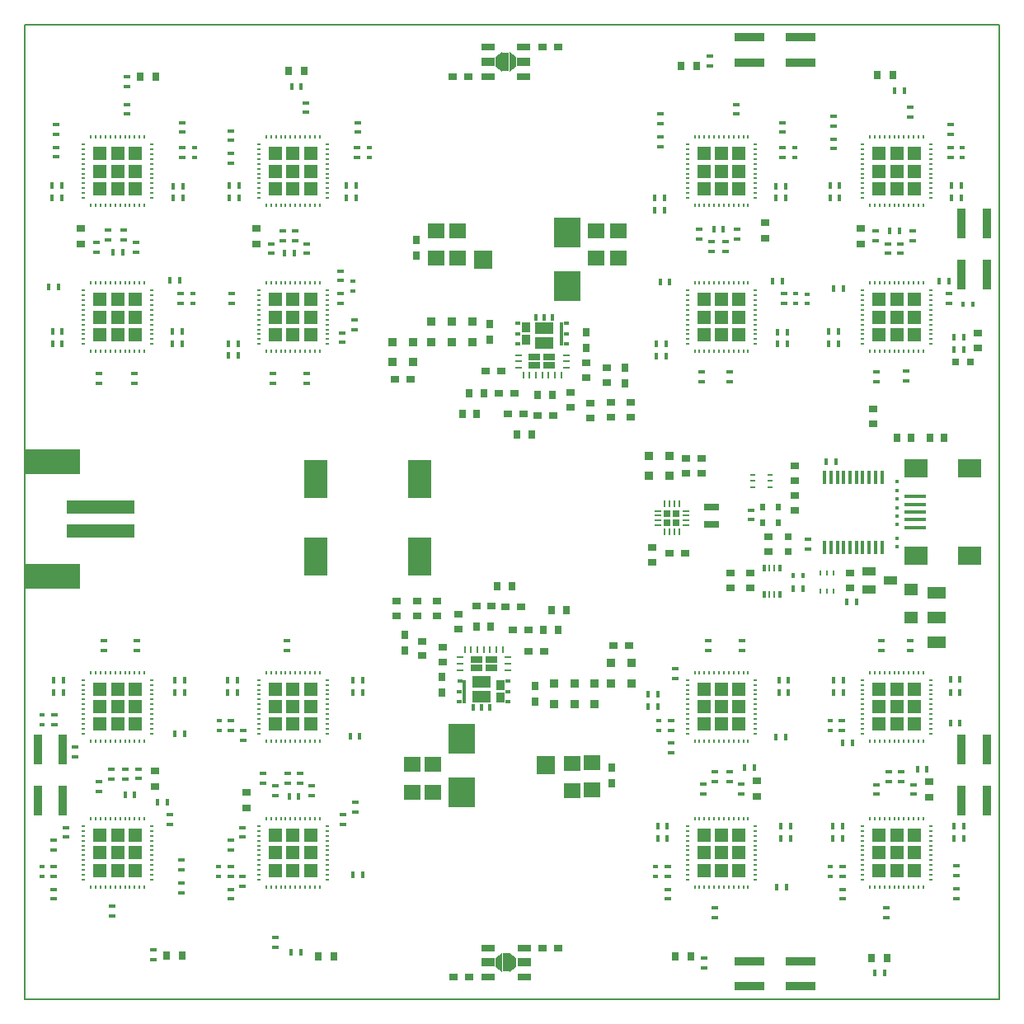
<source format=gtp>
G04 (created by PCBNEW (2013-05-16 BZR 4016)-stable) date 30. 11. 2013 17:38:05*
%MOIN*%
G04 Gerber Fmt 3.4, Leading zero omitted, Abs format*
%FSLAX34Y34*%
G01*
G70*
G90*
G04 APERTURE LIST*
%ADD10C,0.00590551*%
%ADD11R,0.0334646X0.0295276*%
%ADD12R,0.023622X0.0314961*%
%ADD13R,0.0688315X0.0609315*%
%ADD14R,0.0865315X0.0176315*%
%ADD15R,0.0964315X0.0767315*%
%ADD16R,0.0240157X0.00984252*%
%ADD17R,0.0137315X0.0570315*%
%ADD18R,0.0767717X0.0480315*%
%ADD19R,0.0216315X0.0137315*%
%ADD20R,0.124016X0.0374016*%
%ADD21R,0.0374016X0.124016*%
%ADD22R,0.0176315X0.0098315*%
%ADD23R,0.0098315X0.0176315*%
%ADD24R,0.0570866X0.0570866*%
%ADD25R,0.0098315X0.0275315*%
%ADD26R,0.0275315X0.0098315*%
%ADD27R,0.0255906X0.0255906*%
%ADD28R,0.0098315X0.0255315*%
%ADD29R,0.0255315X0.0098315*%
%ADD30R,0.0216535X0.0149606*%
%ADD31R,0.0149606X0.0255906*%
%ADD32R,0.0452756X0.0255906*%
%ADD33R,0.075748X0.0468504*%
%ADD34R,0.0334646X0.0433071*%
%ADD35R,0.0129921X0.096063*%
%ADD36R,0.00984252X0.0240157*%
%ADD37R,0.0177165X0.0177165*%
%ADD38R,0.0137795X0.0275591*%
%ADD39R,0.00984252X0.0275591*%
%ADD40R,0.0531496X0.0374016*%
%ADD41R,0.0295276X0.0295276*%
%ADD42R,0.0531496X0.0492126*%
%ADD43R,0.0728346X0.0767717*%
%ADD44R,0.108268X0.120079*%
%ADD45R,0.0610236X0.0295276*%
%ADD46R,0.0295276X0.0374016*%
%ADD47R,0.0374016X0.0295276*%
%ADD48R,0.0964567X0.155512*%
%ADD49R,0.0295276X0.0334646*%
%ADD50R,0.0374016X0.0374016*%
%ADD51R,0.0334646X0.0255906*%
%ADD52R,0.0255906X0.0334646*%
%ADD53R,0.0255906X0.0177165*%
%ADD54R,0.0177165X0.0255906*%
%ADD55R,0.0216535X0.0177165*%
%ADD56R,0.0177165X0.0216535*%
%ADD57R,0.218504X0.102362*%
%ADD58R,0.273622X0.0531496*%
%ADD59R,0.0571315X0.0256315*%
%ADD60R,0.0571315X0.0374315*%
%ADD61R,0.0295315X0.0767315*%
G04 APERTURE END LIST*
G54D10*
X38779Y-61023D02*
X78149Y-61023D01*
X78149Y-61023D02*
X78149Y-21653D01*
X78149Y-21653D02*
X38779Y-21653D01*
X38779Y-21653D02*
X38779Y-61023D01*
G54D11*
X59705Y-22550D03*
X60334Y-22550D03*
G54D12*
X69242Y-41151D03*
X68592Y-41151D03*
X69242Y-41761D03*
X68592Y-41761D03*
G54D13*
X56279Y-29960D03*
X56279Y-31062D03*
X55413Y-29960D03*
X55413Y-31062D03*
X61850Y-29980D03*
X61850Y-31082D03*
X62775Y-29980D03*
X62775Y-31082D03*
X60885Y-52607D03*
X60885Y-51505D03*
X61712Y-52587D03*
X61712Y-51485D03*
X55275Y-52657D03*
X55275Y-51555D03*
X54429Y-52657D03*
X54429Y-51555D03*
G54D14*
X74763Y-41338D03*
X74763Y-41652D03*
X74763Y-41967D03*
X74763Y-41024D03*
X74763Y-40709D03*
G54D15*
X74803Y-43089D03*
X74803Y-39587D03*
X76948Y-43089D03*
X76948Y-39587D03*
G54D16*
X68905Y-40334D03*
X68181Y-40078D03*
X68905Y-39822D03*
X68905Y-40078D03*
X68181Y-39822D03*
X68181Y-40334D03*
G54D17*
X71112Y-42785D03*
X71368Y-42785D03*
X71624Y-42785D03*
X71880Y-42785D03*
X72136Y-42785D03*
X72390Y-42785D03*
X72646Y-42785D03*
X72902Y-42785D03*
X73158Y-42785D03*
X73414Y-42785D03*
X73414Y-39931D03*
X73158Y-39931D03*
X72902Y-39931D03*
X72646Y-39931D03*
X72390Y-39931D03*
X72136Y-39931D03*
X71880Y-39931D03*
X71624Y-39931D03*
X71368Y-39931D03*
X71112Y-39931D03*
G54D18*
X75629Y-45610D03*
X75629Y-46614D03*
X75629Y-44606D03*
G54D19*
X70403Y-32539D03*
X70403Y-32893D03*
G54D20*
X68051Y-23159D03*
X68051Y-22155D03*
X70137Y-22155D03*
X70137Y-23159D03*
G54D21*
X76643Y-29665D03*
X77647Y-29665D03*
X77647Y-31751D03*
X76643Y-31751D03*
X76643Y-50925D03*
X77647Y-50925D03*
X77647Y-53011D03*
X76643Y-53011D03*
G54D20*
X70137Y-59517D03*
X70137Y-60521D03*
X68051Y-60521D03*
X68051Y-59517D03*
G54D22*
X43896Y-26477D03*
X43896Y-26674D03*
X43896Y-26871D03*
X43896Y-27067D03*
X43896Y-27264D03*
X43896Y-27461D03*
X43896Y-27657D03*
X43896Y-27854D03*
X43896Y-28051D03*
X43896Y-28247D03*
X43896Y-28444D03*
X43896Y-28641D03*
G54D23*
X43601Y-28936D03*
X43404Y-28936D03*
X43207Y-28936D03*
X43011Y-28936D03*
X42814Y-28936D03*
X42617Y-28936D03*
X42421Y-28936D03*
X42224Y-28936D03*
X42027Y-28936D03*
X41831Y-28936D03*
X41634Y-28936D03*
X41437Y-28936D03*
G54D22*
X41142Y-28641D03*
X41142Y-28444D03*
X41142Y-28247D03*
X41142Y-28051D03*
X41142Y-27854D03*
X41142Y-27657D03*
X41142Y-27461D03*
X41142Y-27264D03*
X41142Y-27067D03*
X41142Y-26871D03*
X41142Y-26674D03*
X41142Y-26477D03*
G54D23*
X41437Y-26182D03*
X41634Y-26182D03*
X41831Y-26182D03*
X42027Y-26182D03*
X42224Y-26182D03*
X42421Y-26182D03*
X42617Y-26182D03*
X42814Y-26182D03*
X43011Y-26182D03*
X43207Y-26182D03*
X43404Y-26182D03*
X43601Y-26182D03*
G54D24*
X41811Y-26850D03*
X42519Y-26850D03*
X43228Y-26850D03*
X41811Y-27559D03*
X42519Y-27559D03*
X43228Y-27559D03*
X41811Y-28267D03*
X42519Y-28267D03*
X43228Y-28267D03*
G54D22*
X43896Y-32382D03*
X43896Y-32579D03*
X43896Y-32776D03*
X43896Y-32972D03*
X43896Y-33169D03*
X43896Y-33366D03*
X43896Y-33562D03*
X43896Y-33759D03*
X43896Y-33956D03*
X43896Y-34152D03*
X43896Y-34349D03*
X43896Y-34546D03*
G54D23*
X43601Y-34841D03*
X43404Y-34841D03*
X43207Y-34841D03*
X43011Y-34841D03*
X42814Y-34841D03*
X42617Y-34841D03*
X42421Y-34841D03*
X42224Y-34841D03*
X42027Y-34841D03*
X41831Y-34841D03*
X41634Y-34841D03*
X41437Y-34841D03*
G54D22*
X41142Y-34546D03*
X41142Y-34349D03*
X41142Y-34152D03*
X41142Y-33956D03*
X41142Y-33759D03*
X41142Y-33562D03*
X41142Y-33366D03*
X41142Y-33169D03*
X41142Y-32972D03*
X41142Y-32776D03*
X41142Y-32579D03*
X41142Y-32382D03*
G54D23*
X41437Y-32087D03*
X41634Y-32087D03*
X41831Y-32087D03*
X42027Y-32087D03*
X42224Y-32087D03*
X42421Y-32087D03*
X42617Y-32087D03*
X42814Y-32087D03*
X43011Y-32087D03*
X43207Y-32087D03*
X43404Y-32087D03*
X43601Y-32087D03*
G54D24*
X41811Y-32755D03*
X42519Y-32755D03*
X43228Y-32755D03*
X41811Y-33464D03*
X42519Y-33464D03*
X43228Y-33464D03*
X41811Y-34173D03*
X42519Y-34173D03*
X43228Y-34173D03*
G54D22*
X50983Y-32382D03*
X50983Y-32579D03*
X50983Y-32776D03*
X50983Y-32972D03*
X50983Y-33169D03*
X50983Y-33366D03*
X50983Y-33562D03*
X50983Y-33759D03*
X50983Y-33956D03*
X50983Y-34152D03*
X50983Y-34349D03*
X50983Y-34546D03*
G54D23*
X50688Y-34841D03*
X50491Y-34841D03*
X50294Y-34841D03*
X50098Y-34841D03*
X49901Y-34841D03*
X49704Y-34841D03*
X49508Y-34841D03*
X49311Y-34841D03*
X49114Y-34841D03*
X48918Y-34841D03*
X48721Y-34841D03*
X48524Y-34841D03*
G54D22*
X48229Y-34546D03*
X48229Y-34349D03*
X48229Y-34152D03*
X48229Y-33956D03*
X48229Y-33759D03*
X48229Y-33562D03*
X48229Y-33366D03*
X48229Y-33169D03*
X48229Y-32972D03*
X48229Y-32776D03*
X48229Y-32579D03*
X48229Y-32382D03*
G54D23*
X48524Y-32087D03*
X48721Y-32087D03*
X48918Y-32087D03*
X49114Y-32087D03*
X49311Y-32087D03*
X49508Y-32087D03*
X49704Y-32087D03*
X49901Y-32087D03*
X50098Y-32087D03*
X50294Y-32087D03*
X50491Y-32087D03*
X50688Y-32087D03*
G54D24*
X48897Y-32755D03*
X49606Y-32755D03*
X50314Y-32755D03*
X48897Y-33464D03*
X49606Y-33464D03*
X50314Y-33464D03*
X48897Y-34173D03*
X49606Y-34173D03*
X50314Y-34173D03*
G54D22*
X50983Y-26477D03*
X50983Y-26674D03*
X50983Y-26871D03*
X50983Y-27067D03*
X50983Y-27264D03*
X50983Y-27461D03*
X50983Y-27657D03*
X50983Y-27854D03*
X50983Y-28051D03*
X50983Y-28247D03*
X50983Y-28444D03*
X50983Y-28641D03*
G54D23*
X50688Y-28936D03*
X50491Y-28936D03*
X50294Y-28936D03*
X50098Y-28936D03*
X49901Y-28936D03*
X49704Y-28936D03*
X49508Y-28936D03*
X49311Y-28936D03*
X49114Y-28936D03*
X48918Y-28936D03*
X48721Y-28936D03*
X48524Y-28936D03*
G54D22*
X48229Y-28641D03*
X48229Y-28444D03*
X48229Y-28247D03*
X48229Y-28051D03*
X48229Y-27854D03*
X48229Y-27657D03*
X48229Y-27461D03*
X48229Y-27264D03*
X48229Y-27067D03*
X48229Y-26871D03*
X48229Y-26674D03*
X48229Y-26477D03*
G54D23*
X48524Y-26182D03*
X48721Y-26182D03*
X48918Y-26182D03*
X49114Y-26182D03*
X49311Y-26182D03*
X49508Y-26182D03*
X49704Y-26182D03*
X49901Y-26182D03*
X50098Y-26182D03*
X50294Y-26182D03*
X50491Y-26182D03*
X50688Y-26182D03*
G54D24*
X48897Y-26850D03*
X49606Y-26850D03*
X50314Y-26850D03*
X48897Y-27559D03*
X49606Y-27559D03*
X50314Y-27559D03*
X48897Y-28267D03*
X49606Y-28267D03*
X50314Y-28267D03*
G54D22*
X41142Y-50294D03*
X41142Y-50097D03*
X41142Y-49900D03*
X41142Y-49704D03*
X41142Y-49507D03*
X41142Y-49310D03*
X41142Y-49114D03*
X41142Y-48917D03*
X41142Y-48720D03*
X41142Y-48524D03*
X41142Y-48327D03*
X41142Y-48130D03*
G54D23*
X41437Y-47835D03*
X41634Y-47835D03*
X41831Y-47835D03*
X42027Y-47835D03*
X42224Y-47835D03*
X42421Y-47835D03*
X42617Y-47835D03*
X42814Y-47835D03*
X43011Y-47835D03*
X43207Y-47835D03*
X43404Y-47835D03*
X43601Y-47835D03*
G54D22*
X43896Y-48130D03*
X43896Y-48327D03*
X43896Y-48524D03*
X43896Y-48720D03*
X43896Y-48917D03*
X43896Y-49114D03*
X43896Y-49310D03*
X43896Y-49507D03*
X43896Y-49704D03*
X43896Y-49900D03*
X43896Y-50097D03*
X43896Y-50294D03*
G54D23*
X43601Y-50589D03*
X43404Y-50589D03*
X43207Y-50589D03*
X43011Y-50589D03*
X42814Y-50589D03*
X42617Y-50589D03*
X42421Y-50589D03*
X42224Y-50589D03*
X42027Y-50589D03*
X41831Y-50589D03*
X41634Y-50589D03*
X41437Y-50589D03*
G54D24*
X43228Y-49921D03*
X42519Y-49921D03*
X41811Y-49921D03*
X43228Y-49212D03*
X42519Y-49212D03*
X41811Y-49212D03*
X43228Y-48503D03*
X42519Y-48503D03*
X41811Y-48503D03*
G54D22*
X41142Y-56200D03*
X41142Y-56003D03*
X41142Y-55806D03*
X41142Y-55610D03*
X41142Y-55413D03*
X41142Y-55216D03*
X41142Y-55020D03*
X41142Y-54823D03*
X41142Y-54626D03*
X41142Y-54430D03*
X41142Y-54233D03*
X41142Y-54036D03*
G54D23*
X41437Y-53741D03*
X41634Y-53741D03*
X41831Y-53741D03*
X42027Y-53741D03*
X42224Y-53741D03*
X42421Y-53741D03*
X42617Y-53741D03*
X42814Y-53741D03*
X43011Y-53741D03*
X43207Y-53741D03*
X43404Y-53741D03*
X43601Y-53741D03*
G54D22*
X43896Y-54036D03*
X43896Y-54233D03*
X43896Y-54430D03*
X43896Y-54626D03*
X43896Y-54823D03*
X43896Y-55020D03*
X43896Y-55216D03*
X43896Y-55413D03*
X43896Y-55610D03*
X43896Y-55806D03*
X43896Y-56003D03*
X43896Y-56200D03*
G54D23*
X43601Y-56495D03*
X43404Y-56495D03*
X43207Y-56495D03*
X43011Y-56495D03*
X42814Y-56495D03*
X42617Y-56495D03*
X42421Y-56495D03*
X42224Y-56495D03*
X42027Y-56495D03*
X41831Y-56495D03*
X41634Y-56495D03*
X41437Y-56495D03*
G54D24*
X43228Y-55826D03*
X42519Y-55826D03*
X41811Y-55826D03*
X43228Y-55118D03*
X42519Y-55118D03*
X41811Y-55118D03*
X43228Y-54409D03*
X42519Y-54409D03*
X41811Y-54409D03*
G54D22*
X48229Y-56200D03*
X48229Y-56003D03*
X48229Y-55806D03*
X48229Y-55610D03*
X48229Y-55413D03*
X48229Y-55216D03*
X48229Y-55020D03*
X48229Y-54823D03*
X48229Y-54626D03*
X48229Y-54430D03*
X48229Y-54233D03*
X48229Y-54036D03*
G54D23*
X48524Y-53741D03*
X48721Y-53741D03*
X48918Y-53741D03*
X49114Y-53741D03*
X49311Y-53741D03*
X49508Y-53741D03*
X49704Y-53741D03*
X49901Y-53741D03*
X50098Y-53741D03*
X50294Y-53741D03*
X50491Y-53741D03*
X50688Y-53741D03*
G54D22*
X50983Y-54036D03*
X50983Y-54233D03*
X50983Y-54430D03*
X50983Y-54626D03*
X50983Y-54823D03*
X50983Y-55020D03*
X50983Y-55216D03*
X50983Y-55413D03*
X50983Y-55610D03*
X50983Y-55806D03*
X50983Y-56003D03*
X50983Y-56200D03*
G54D23*
X50688Y-56495D03*
X50491Y-56495D03*
X50294Y-56495D03*
X50098Y-56495D03*
X49901Y-56495D03*
X49704Y-56495D03*
X49508Y-56495D03*
X49311Y-56495D03*
X49114Y-56495D03*
X48918Y-56495D03*
X48721Y-56495D03*
X48524Y-56495D03*
G54D24*
X50314Y-55826D03*
X49606Y-55826D03*
X48897Y-55826D03*
X50314Y-55118D03*
X49606Y-55118D03*
X48897Y-55118D03*
X50314Y-54409D03*
X49606Y-54409D03*
X48897Y-54409D03*
G54D22*
X48229Y-50294D03*
X48229Y-50097D03*
X48229Y-49900D03*
X48229Y-49704D03*
X48229Y-49507D03*
X48229Y-49310D03*
X48229Y-49114D03*
X48229Y-48917D03*
X48229Y-48720D03*
X48229Y-48524D03*
X48229Y-48327D03*
X48229Y-48130D03*
G54D23*
X48524Y-47835D03*
X48721Y-47835D03*
X48918Y-47835D03*
X49114Y-47835D03*
X49311Y-47835D03*
X49508Y-47835D03*
X49704Y-47835D03*
X49901Y-47835D03*
X50098Y-47835D03*
X50294Y-47835D03*
X50491Y-47835D03*
X50688Y-47835D03*
G54D22*
X50983Y-48130D03*
X50983Y-48327D03*
X50983Y-48524D03*
X50983Y-48720D03*
X50983Y-48917D03*
X50983Y-49114D03*
X50983Y-49310D03*
X50983Y-49507D03*
X50983Y-49704D03*
X50983Y-49900D03*
X50983Y-50097D03*
X50983Y-50294D03*
G54D23*
X50688Y-50589D03*
X50491Y-50589D03*
X50294Y-50589D03*
X50098Y-50589D03*
X49901Y-50589D03*
X49704Y-50589D03*
X49508Y-50589D03*
X49311Y-50589D03*
X49114Y-50589D03*
X48918Y-50589D03*
X48721Y-50589D03*
X48524Y-50589D03*
G54D24*
X50314Y-49921D03*
X49606Y-49921D03*
X48897Y-49921D03*
X50314Y-49212D03*
X49606Y-49212D03*
X48897Y-49212D03*
X50314Y-48503D03*
X49606Y-48503D03*
X48897Y-48503D03*
G54D22*
X65552Y-50294D03*
X65552Y-50097D03*
X65552Y-49900D03*
X65552Y-49704D03*
X65552Y-49507D03*
X65552Y-49310D03*
X65552Y-49114D03*
X65552Y-48917D03*
X65552Y-48720D03*
X65552Y-48524D03*
X65552Y-48327D03*
X65552Y-48130D03*
G54D23*
X65847Y-47835D03*
X66044Y-47835D03*
X66241Y-47835D03*
X66437Y-47835D03*
X66634Y-47835D03*
X66831Y-47835D03*
X67027Y-47835D03*
X67224Y-47835D03*
X67421Y-47835D03*
X67617Y-47835D03*
X67814Y-47835D03*
X68011Y-47835D03*
G54D22*
X68306Y-48130D03*
X68306Y-48327D03*
X68306Y-48524D03*
X68306Y-48720D03*
X68306Y-48917D03*
X68306Y-49114D03*
X68306Y-49310D03*
X68306Y-49507D03*
X68306Y-49704D03*
X68306Y-49900D03*
X68306Y-50097D03*
X68306Y-50294D03*
G54D23*
X68011Y-50589D03*
X67814Y-50589D03*
X67617Y-50589D03*
X67421Y-50589D03*
X67224Y-50589D03*
X67027Y-50589D03*
X66831Y-50589D03*
X66634Y-50589D03*
X66437Y-50589D03*
X66241Y-50589D03*
X66044Y-50589D03*
X65847Y-50589D03*
G54D24*
X67637Y-49921D03*
X66929Y-49921D03*
X66220Y-49921D03*
X67637Y-49212D03*
X66929Y-49212D03*
X66220Y-49212D03*
X67637Y-48503D03*
X66929Y-48503D03*
X66220Y-48503D03*
G54D22*
X65552Y-56200D03*
X65552Y-56003D03*
X65552Y-55806D03*
X65552Y-55610D03*
X65552Y-55413D03*
X65552Y-55216D03*
X65552Y-55020D03*
X65552Y-54823D03*
X65552Y-54626D03*
X65552Y-54430D03*
X65552Y-54233D03*
X65552Y-54036D03*
G54D23*
X65847Y-53741D03*
X66044Y-53741D03*
X66241Y-53741D03*
X66437Y-53741D03*
X66634Y-53741D03*
X66831Y-53741D03*
X67027Y-53741D03*
X67224Y-53741D03*
X67421Y-53741D03*
X67617Y-53741D03*
X67814Y-53741D03*
X68011Y-53741D03*
G54D22*
X68306Y-54036D03*
X68306Y-54233D03*
X68306Y-54430D03*
X68306Y-54626D03*
X68306Y-54823D03*
X68306Y-55020D03*
X68306Y-55216D03*
X68306Y-55413D03*
X68306Y-55610D03*
X68306Y-55806D03*
X68306Y-56003D03*
X68306Y-56200D03*
G54D23*
X68011Y-56495D03*
X67814Y-56495D03*
X67617Y-56495D03*
X67421Y-56495D03*
X67224Y-56495D03*
X67027Y-56495D03*
X66831Y-56495D03*
X66634Y-56495D03*
X66437Y-56495D03*
X66241Y-56495D03*
X66044Y-56495D03*
X65847Y-56495D03*
G54D24*
X67637Y-55826D03*
X66929Y-55826D03*
X66220Y-55826D03*
X67637Y-55118D03*
X66929Y-55118D03*
X66220Y-55118D03*
X67637Y-54409D03*
X66929Y-54409D03*
X66220Y-54409D03*
G54D22*
X72638Y-56200D03*
X72638Y-56003D03*
X72638Y-55806D03*
X72638Y-55610D03*
X72638Y-55413D03*
X72638Y-55216D03*
X72638Y-55020D03*
X72638Y-54823D03*
X72638Y-54626D03*
X72638Y-54430D03*
X72638Y-54233D03*
X72638Y-54036D03*
G54D23*
X72933Y-53741D03*
X73130Y-53741D03*
X73327Y-53741D03*
X73523Y-53741D03*
X73720Y-53741D03*
X73917Y-53741D03*
X74113Y-53741D03*
X74310Y-53741D03*
X74507Y-53741D03*
X74703Y-53741D03*
X74900Y-53741D03*
X75097Y-53741D03*
G54D22*
X75392Y-54036D03*
X75392Y-54233D03*
X75392Y-54430D03*
X75392Y-54626D03*
X75392Y-54823D03*
X75392Y-55020D03*
X75392Y-55216D03*
X75392Y-55413D03*
X75392Y-55610D03*
X75392Y-55806D03*
X75392Y-56003D03*
X75392Y-56200D03*
G54D23*
X75097Y-56495D03*
X74900Y-56495D03*
X74703Y-56495D03*
X74507Y-56495D03*
X74310Y-56495D03*
X74113Y-56495D03*
X73917Y-56495D03*
X73720Y-56495D03*
X73523Y-56495D03*
X73327Y-56495D03*
X73130Y-56495D03*
X72933Y-56495D03*
G54D24*
X74724Y-55826D03*
X74015Y-55826D03*
X73307Y-55826D03*
X74724Y-55118D03*
X74015Y-55118D03*
X73307Y-55118D03*
X74724Y-54409D03*
X74015Y-54409D03*
X73307Y-54409D03*
G54D22*
X72638Y-50294D03*
X72638Y-50097D03*
X72638Y-49900D03*
X72638Y-49704D03*
X72638Y-49507D03*
X72638Y-49310D03*
X72638Y-49114D03*
X72638Y-48917D03*
X72638Y-48720D03*
X72638Y-48524D03*
X72638Y-48327D03*
X72638Y-48130D03*
G54D23*
X72933Y-47835D03*
X73130Y-47835D03*
X73327Y-47835D03*
X73523Y-47835D03*
X73720Y-47835D03*
X73917Y-47835D03*
X74113Y-47835D03*
X74310Y-47835D03*
X74507Y-47835D03*
X74703Y-47835D03*
X74900Y-47835D03*
X75097Y-47835D03*
G54D22*
X75392Y-48130D03*
X75392Y-48327D03*
X75392Y-48524D03*
X75392Y-48720D03*
X75392Y-48917D03*
X75392Y-49114D03*
X75392Y-49310D03*
X75392Y-49507D03*
X75392Y-49704D03*
X75392Y-49900D03*
X75392Y-50097D03*
X75392Y-50294D03*
G54D23*
X75097Y-50589D03*
X74900Y-50589D03*
X74703Y-50589D03*
X74507Y-50589D03*
X74310Y-50589D03*
X74113Y-50589D03*
X73917Y-50589D03*
X73720Y-50589D03*
X73523Y-50589D03*
X73327Y-50589D03*
X73130Y-50589D03*
X72933Y-50589D03*
G54D24*
X74724Y-49921D03*
X74015Y-49921D03*
X73307Y-49921D03*
X74724Y-49212D03*
X74015Y-49212D03*
X73307Y-49212D03*
X74724Y-48503D03*
X74015Y-48503D03*
X73307Y-48503D03*
G54D22*
X75392Y-32382D03*
X75392Y-32579D03*
X75392Y-32776D03*
X75392Y-32972D03*
X75392Y-33169D03*
X75392Y-33366D03*
X75392Y-33562D03*
X75392Y-33759D03*
X75392Y-33956D03*
X75392Y-34152D03*
X75392Y-34349D03*
X75392Y-34546D03*
G54D23*
X75097Y-34841D03*
X74900Y-34841D03*
X74703Y-34841D03*
X74507Y-34841D03*
X74310Y-34841D03*
X74113Y-34841D03*
X73917Y-34841D03*
X73720Y-34841D03*
X73523Y-34841D03*
X73327Y-34841D03*
X73130Y-34841D03*
X72933Y-34841D03*
G54D22*
X72638Y-34546D03*
X72638Y-34349D03*
X72638Y-34152D03*
X72638Y-33956D03*
X72638Y-33759D03*
X72638Y-33562D03*
X72638Y-33366D03*
X72638Y-33169D03*
X72638Y-32972D03*
X72638Y-32776D03*
X72638Y-32579D03*
X72638Y-32382D03*
G54D23*
X72933Y-32087D03*
X73130Y-32087D03*
X73327Y-32087D03*
X73523Y-32087D03*
X73720Y-32087D03*
X73917Y-32087D03*
X74113Y-32087D03*
X74310Y-32087D03*
X74507Y-32087D03*
X74703Y-32087D03*
X74900Y-32087D03*
X75097Y-32087D03*
G54D24*
X73307Y-32755D03*
X74015Y-32755D03*
X74724Y-32755D03*
X73307Y-33464D03*
X74015Y-33464D03*
X74724Y-33464D03*
X73307Y-34173D03*
X74015Y-34173D03*
X74724Y-34173D03*
G54D22*
X75392Y-26477D03*
X75392Y-26674D03*
X75392Y-26871D03*
X75392Y-27067D03*
X75392Y-27264D03*
X75392Y-27461D03*
X75392Y-27657D03*
X75392Y-27854D03*
X75392Y-28051D03*
X75392Y-28247D03*
X75392Y-28444D03*
X75392Y-28641D03*
G54D23*
X75097Y-28936D03*
X74900Y-28936D03*
X74703Y-28936D03*
X74507Y-28936D03*
X74310Y-28936D03*
X74113Y-28936D03*
X73917Y-28936D03*
X73720Y-28936D03*
X73523Y-28936D03*
X73327Y-28936D03*
X73130Y-28936D03*
X72933Y-28936D03*
G54D22*
X72638Y-28641D03*
X72638Y-28444D03*
X72638Y-28247D03*
X72638Y-28051D03*
X72638Y-27854D03*
X72638Y-27657D03*
X72638Y-27461D03*
X72638Y-27264D03*
X72638Y-27067D03*
X72638Y-26871D03*
X72638Y-26674D03*
X72638Y-26477D03*
G54D23*
X72933Y-26182D03*
X73130Y-26182D03*
X73327Y-26182D03*
X73523Y-26182D03*
X73720Y-26182D03*
X73917Y-26182D03*
X74113Y-26182D03*
X74310Y-26182D03*
X74507Y-26182D03*
X74703Y-26182D03*
X74900Y-26182D03*
X75097Y-26182D03*
G54D24*
X73307Y-26850D03*
X74015Y-26850D03*
X74724Y-26850D03*
X73307Y-27559D03*
X74015Y-27559D03*
X74724Y-27559D03*
X73307Y-28267D03*
X74015Y-28267D03*
X74724Y-28267D03*
G54D22*
X68306Y-26477D03*
X68306Y-26674D03*
X68306Y-26871D03*
X68306Y-27067D03*
X68306Y-27264D03*
X68306Y-27461D03*
X68306Y-27657D03*
X68306Y-27854D03*
X68306Y-28051D03*
X68306Y-28247D03*
X68306Y-28444D03*
X68306Y-28641D03*
G54D23*
X68011Y-28936D03*
X67814Y-28936D03*
X67617Y-28936D03*
X67421Y-28936D03*
X67224Y-28936D03*
X67027Y-28936D03*
X66831Y-28936D03*
X66634Y-28936D03*
X66437Y-28936D03*
X66241Y-28936D03*
X66044Y-28936D03*
X65847Y-28936D03*
G54D22*
X65552Y-28641D03*
X65552Y-28444D03*
X65552Y-28247D03*
X65552Y-28051D03*
X65552Y-27854D03*
X65552Y-27657D03*
X65552Y-27461D03*
X65552Y-27264D03*
X65552Y-27067D03*
X65552Y-26871D03*
X65552Y-26674D03*
X65552Y-26477D03*
G54D23*
X65847Y-26182D03*
X66044Y-26182D03*
X66241Y-26182D03*
X66437Y-26182D03*
X66634Y-26182D03*
X66831Y-26182D03*
X67027Y-26182D03*
X67224Y-26182D03*
X67421Y-26182D03*
X67617Y-26182D03*
X67814Y-26182D03*
X68011Y-26182D03*
G54D24*
X66220Y-26850D03*
X66929Y-26850D03*
X67637Y-26850D03*
X66220Y-27559D03*
X66929Y-27559D03*
X67637Y-27559D03*
X66220Y-28267D03*
X66929Y-28267D03*
X67637Y-28267D03*
G54D22*
X68306Y-32382D03*
X68306Y-32579D03*
X68306Y-32776D03*
X68306Y-32972D03*
X68306Y-33169D03*
X68306Y-33366D03*
X68306Y-33562D03*
X68306Y-33759D03*
X68306Y-33956D03*
X68306Y-34152D03*
X68306Y-34349D03*
X68306Y-34546D03*
G54D23*
X68011Y-34841D03*
X67814Y-34841D03*
X67617Y-34841D03*
X67421Y-34841D03*
X67224Y-34841D03*
X67027Y-34841D03*
X66831Y-34841D03*
X66634Y-34841D03*
X66437Y-34841D03*
X66241Y-34841D03*
X66044Y-34841D03*
X65847Y-34841D03*
G54D22*
X65552Y-34546D03*
X65552Y-34349D03*
X65552Y-34152D03*
X65552Y-33956D03*
X65552Y-33759D03*
X65552Y-33562D03*
X65552Y-33366D03*
X65552Y-33169D03*
X65552Y-32972D03*
X65552Y-32776D03*
X65552Y-32579D03*
X65552Y-32382D03*
G54D23*
X65847Y-32087D03*
X66044Y-32087D03*
X66241Y-32087D03*
X66437Y-32087D03*
X66634Y-32087D03*
X66831Y-32087D03*
X67027Y-32087D03*
X67224Y-32087D03*
X67421Y-32087D03*
X67617Y-32087D03*
X67814Y-32087D03*
X68011Y-32087D03*
G54D24*
X66220Y-32755D03*
X66929Y-32755D03*
X67637Y-32755D03*
X66220Y-33464D03*
X66929Y-33464D03*
X67637Y-33464D03*
X66220Y-34173D03*
X66929Y-34173D03*
X67637Y-34173D03*
G54D25*
X65214Y-41015D03*
X65017Y-41015D03*
X64821Y-41015D03*
X64624Y-41015D03*
G54D26*
X64349Y-41290D03*
X64349Y-41487D03*
X64349Y-41683D03*
X64349Y-41880D03*
G54D25*
X64624Y-42155D03*
X64821Y-42155D03*
X65017Y-42155D03*
X65214Y-42155D03*
G54D26*
X65489Y-41880D03*
X65489Y-41683D03*
X65489Y-41487D03*
X65489Y-41290D03*
G54D27*
X65096Y-41408D03*
X65096Y-41763D03*
X64742Y-41408D03*
X64742Y-41763D03*
G54D28*
X58917Y-35816D03*
X59173Y-35816D03*
X59429Y-35816D03*
X59685Y-35816D03*
X59940Y-35816D03*
X60196Y-35816D03*
X60452Y-35816D03*
G54D29*
X60649Y-35501D03*
X60649Y-35245D03*
X60649Y-34989D03*
X58721Y-35501D03*
X58721Y-35245D03*
X58721Y-34989D03*
G54D30*
X58700Y-33710D03*
X58700Y-34123D03*
X58700Y-34536D03*
X60669Y-33710D03*
X60669Y-34123D03*
X60659Y-34536D03*
G54D31*
X59773Y-33483D03*
X59438Y-33483D03*
X60108Y-33483D03*
G54D32*
X59960Y-35078D03*
X59370Y-35078D03*
X59370Y-35412D03*
X59960Y-35412D03*
G54D33*
X59773Y-34517D03*
X59773Y-33906D03*
G54D34*
X59025Y-34379D03*
X59025Y-33867D03*
G54D35*
X60472Y-34123D03*
G54D28*
X58089Y-46902D03*
X57833Y-46902D03*
X57577Y-46902D03*
X57322Y-46902D03*
X57066Y-46902D03*
X56810Y-46902D03*
X56554Y-46902D03*
G54D29*
X56358Y-47218D03*
X56358Y-47474D03*
X56358Y-47730D03*
X58286Y-47218D03*
X58286Y-47474D03*
X58286Y-47730D03*
G54D30*
X58306Y-49008D03*
X58306Y-48595D03*
X58306Y-48182D03*
X56337Y-49008D03*
X56337Y-48595D03*
X56347Y-48182D03*
G54D31*
X57233Y-49235D03*
X57568Y-49235D03*
X56898Y-49235D03*
G54D32*
X57046Y-47640D03*
X57636Y-47640D03*
X57636Y-47306D03*
X57046Y-47306D03*
G54D33*
X57233Y-48201D03*
X57233Y-48812D03*
G54D34*
X57981Y-48339D03*
X57981Y-48851D03*
G54D35*
X56534Y-48595D03*
G54D21*
X40285Y-53011D03*
X39281Y-53011D03*
X39281Y-50925D03*
X40285Y-50925D03*
G54D36*
X70944Y-44545D03*
X71200Y-43820D03*
X71456Y-44545D03*
X71200Y-44545D03*
X71456Y-43820D03*
X70944Y-43820D03*
G54D37*
X74025Y-41496D03*
X74025Y-41850D03*
X74025Y-40807D03*
X74025Y-41161D03*
X74035Y-42401D03*
X74035Y-42755D03*
X74025Y-40118D03*
X74025Y-40472D03*
G54D38*
X69291Y-44685D03*
X68661Y-44685D03*
G54D39*
X68877Y-44685D03*
X69074Y-44685D03*
X69074Y-43602D03*
X68877Y-43602D03*
G54D38*
X68661Y-43602D03*
X69291Y-43602D03*
G54D40*
X72883Y-43740D03*
X72883Y-44488D03*
X73750Y-44104D03*
G54D41*
X69616Y-42352D03*
X69616Y-42942D03*
X76407Y-35275D03*
X76998Y-35275D03*
G54D42*
X74596Y-45600D03*
X74596Y-44458D03*
G54D43*
X57290Y-31123D03*
G54D44*
X60696Y-32205D03*
X60696Y-30040D03*
G54D43*
X59838Y-51588D03*
G54D44*
X56432Y-50505D03*
X56432Y-52670D03*
G54D45*
X66525Y-41840D03*
X66525Y-41131D03*
G54D46*
X44074Y-23740D03*
X43444Y-23740D03*
X50068Y-23494D03*
X49438Y-23494D03*
G54D47*
X48139Y-29881D03*
X48139Y-30511D03*
X41023Y-29862D03*
X41023Y-30492D03*
X44015Y-52431D03*
X44015Y-51801D03*
X47746Y-53307D03*
X47746Y-52677D03*
G54D46*
X45127Y-59261D03*
X44498Y-59261D03*
X51259Y-59320D03*
X50629Y-59320D03*
X65078Y-59301D03*
X65708Y-59301D03*
X73011Y-59360D03*
X73641Y-59360D03*
G54D47*
X68366Y-52844D03*
X68366Y-52214D03*
X75324Y-52874D03*
X75324Y-52244D03*
X68681Y-29645D03*
X68681Y-30275D03*
X72559Y-29862D03*
X72559Y-30492D03*
G54D46*
X65285Y-23307D03*
X65915Y-23307D03*
X73238Y-23661D03*
X73868Y-23661D03*
G54D48*
X50515Y-43141D03*
X50515Y-39992D03*
X54736Y-43141D03*
X54736Y-39992D03*
G54D49*
X59409Y-49015D03*
X59409Y-48385D03*
X57559Y-34370D03*
X57559Y-33740D03*
G54D11*
X53740Y-35984D03*
X54370Y-35984D03*
X56694Y-23730D03*
X56065Y-23730D03*
X56724Y-60145D03*
X56095Y-60145D03*
X59705Y-58960D03*
X60334Y-58960D03*
X66122Y-39173D03*
X65492Y-39173D03*
X66122Y-39783D03*
X65492Y-39783D03*
X64842Y-43011D03*
X65472Y-43011D03*
X58204Y-45159D03*
X58833Y-45159D03*
X57644Y-45151D03*
X57015Y-45151D03*
G54D49*
X54114Y-46929D03*
X54114Y-46299D03*
X62500Y-52293D03*
X62500Y-51663D03*
G54D11*
X59118Y-46985D03*
X59747Y-46985D03*
X62559Y-46732D03*
X63188Y-46732D03*
X58507Y-46103D03*
X59136Y-46103D03*
G54D49*
X55645Y-48017D03*
X55645Y-48646D03*
G54D11*
X58936Y-37375D03*
X58307Y-37375D03*
X59511Y-37422D03*
X60140Y-37422D03*
G54D49*
X63031Y-35511D03*
X63031Y-36141D03*
X54606Y-30354D03*
X54606Y-30984D03*
G54D11*
X58038Y-35635D03*
X57409Y-35635D03*
X58573Y-36548D03*
X57944Y-36548D03*
G54D49*
X61464Y-34713D03*
X61464Y-34084D03*
G54D50*
X63996Y-39881D03*
X64822Y-39881D03*
X63996Y-39074D03*
X64822Y-39074D03*
X60157Y-48287D03*
X60157Y-49114D03*
X60984Y-48287D03*
X60984Y-49114D03*
X61811Y-48287D03*
X61811Y-49114D03*
X62460Y-48267D03*
X63287Y-48267D03*
X62460Y-47440D03*
X63287Y-47440D03*
X56850Y-34468D03*
X56850Y-33641D03*
X56023Y-34468D03*
X56023Y-33641D03*
X55196Y-34468D03*
X55196Y-33641D03*
X54468Y-34488D03*
X53641Y-34488D03*
X54468Y-35275D03*
X53641Y-35275D03*
G54D51*
X68110Y-43818D03*
X68110Y-44409D03*
X67312Y-43818D03*
X67312Y-44409D03*
X72145Y-43799D03*
X72145Y-44389D03*
X68818Y-42942D03*
X68818Y-42352D03*
X77283Y-34704D03*
X77283Y-34114D03*
X73051Y-37185D03*
X73051Y-37775D03*
G54D52*
X75354Y-38346D03*
X75944Y-38346D03*
X74606Y-38346D03*
X74015Y-38346D03*
G54D51*
X69911Y-39468D03*
X69911Y-40059D03*
X69911Y-40669D03*
X69911Y-41259D03*
X64133Y-42775D03*
X64133Y-43366D03*
X56303Y-45477D03*
X56303Y-46068D03*
X54830Y-47154D03*
X54830Y-46563D03*
X54633Y-45540D03*
X54633Y-44949D03*
G54D52*
X57857Y-44340D03*
X58448Y-44340D03*
G54D51*
X53811Y-44945D03*
X53811Y-45536D03*
X55440Y-45540D03*
X55440Y-44949D03*
X55653Y-46815D03*
X55653Y-47406D03*
G54D52*
X60062Y-45304D03*
X60653Y-45304D03*
X59723Y-46103D03*
X60314Y-46103D03*
X57606Y-45970D03*
X57015Y-45970D03*
G54D51*
X60834Y-37095D03*
X60834Y-36504D03*
X62307Y-35516D03*
X62307Y-36107D03*
X62464Y-36914D03*
X62464Y-37505D03*
G54D52*
X59259Y-38194D03*
X58668Y-38194D03*
G54D51*
X63267Y-37509D03*
X63267Y-36918D03*
X61645Y-36945D03*
X61645Y-37536D03*
X61456Y-35902D03*
X61456Y-35311D03*
G54D52*
X57043Y-37375D03*
X56452Y-37375D03*
X57322Y-36548D03*
X56731Y-36548D03*
X59503Y-36596D03*
X60094Y-36596D03*
G54D53*
X70423Y-42450D03*
X70423Y-42844D03*
G54D54*
X71988Y-44970D03*
X72381Y-44970D03*
X69832Y-44429D03*
X70226Y-44429D03*
G54D53*
X43366Y-51722D03*
X43366Y-52116D03*
G54D54*
X49448Y-52834D03*
X49842Y-52834D03*
G54D53*
X43966Y-59045D03*
X43966Y-59438D03*
G54D54*
X49931Y-59124D03*
X49537Y-59124D03*
X68248Y-51673D03*
X67854Y-51673D03*
X75246Y-51732D03*
X74852Y-51732D03*
G54D53*
X66220Y-59370D03*
X66220Y-59763D03*
G54D54*
X73523Y-59980D03*
X73129Y-59980D03*
X73740Y-29960D03*
X74133Y-29960D03*
X67007Y-29901D03*
X66614Y-29901D03*
X73946Y-24301D03*
X74340Y-24301D03*
G54D53*
X66456Y-23297D03*
X66456Y-22903D03*
G54D54*
X49665Y-30885D03*
X49271Y-30885D03*
X42342Y-30846D03*
X42736Y-30846D03*
X49547Y-24153D03*
X49940Y-24153D03*
G54D53*
X42913Y-23740D03*
X42913Y-24133D03*
X68129Y-41259D03*
X68129Y-41653D03*
G54D54*
X71171Y-39301D03*
X71564Y-39301D03*
G54D53*
X41948Y-46948D03*
X41948Y-46555D03*
X40797Y-50846D03*
X40797Y-51240D03*
G54D54*
X40314Y-48622D03*
X39921Y-48622D03*
X43208Y-52785D03*
X42814Y-52785D03*
X44842Y-48622D03*
X45236Y-48622D03*
X44842Y-50295D03*
X45236Y-50295D03*
G54D53*
X42834Y-51732D03*
X42834Y-52125D03*
X42263Y-51732D03*
X42263Y-52125D03*
X39970Y-49537D03*
X39970Y-49931D03*
G54D54*
X40314Y-48129D03*
X39921Y-48129D03*
X44842Y-48129D03*
X45236Y-48129D03*
X51919Y-50403D03*
X52312Y-50403D03*
X47362Y-48622D03*
X46968Y-48622D03*
G54D53*
X48405Y-51919D03*
X48405Y-52312D03*
X49350Y-46948D03*
X49350Y-46555D03*
G54D54*
X52027Y-48622D03*
X52421Y-48622D03*
G54D53*
X47598Y-50177D03*
X47598Y-50570D03*
X49881Y-51909D03*
X49881Y-52303D03*
X49389Y-51909D03*
X49389Y-52303D03*
X47106Y-49763D03*
X47106Y-50157D03*
G54D54*
X47362Y-48129D03*
X46968Y-48129D03*
X52027Y-48129D03*
X52421Y-48129D03*
G54D53*
X42283Y-57273D03*
X42283Y-57667D03*
X39940Y-56988D03*
X39940Y-56594D03*
X39940Y-55000D03*
X39940Y-54606D03*
X41771Y-52637D03*
X41771Y-52244D03*
G54D54*
X44124Y-53080D03*
X44517Y-53080D03*
G54D53*
X43287Y-46948D03*
X43287Y-46555D03*
X45098Y-56732D03*
X45098Y-56338D03*
X45098Y-55413D03*
X45098Y-55807D03*
X39940Y-55669D03*
X39940Y-56062D03*
X40433Y-54094D03*
X40433Y-54488D03*
X44622Y-53976D03*
X44622Y-53582D03*
G54D54*
X52037Y-56013D03*
X52431Y-56013D03*
G54D53*
X47086Y-56988D03*
X47086Y-56594D03*
X47086Y-55000D03*
X47086Y-54606D03*
X50374Y-52814D03*
X50374Y-52421D03*
X52125Y-53070D03*
X52125Y-53464D03*
X47578Y-56082D03*
X47578Y-56476D03*
X48897Y-52814D03*
X48897Y-52421D03*
X48887Y-58553D03*
X48887Y-58946D03*
X47086Y-55669D03*
X47086Y-56062D03*
X47578Y-54094D03*
X47578Y-54488D03*
X51633Y-53976D03*
X51633Y-53582D03*
X67736Y-52736D03*
X67736Y-52342D03*
G54D54*
X64350Y-48720D03*
X63956Y-48720D03*
G54D53*
X67775Y-46948D03*
X67775Y-46555D03*
X66397Y-46948D03*
X66397Y-46555D03*
G54D54*
X69251Y-48622D03*
X69645Y-48622D03*
G54D53*
X64901Y-51082D03*
X64901Y-50688D03*
X67263Y-51830D03*
X67263Y-52224D03*
X66673Y-51830D03*
X66673Y-52224D03*
X64901Y-49763D03*
X64901Y-50157D03*
X65078Y-48070D03*
X65078Y-47677D03*
G54D54*
X69251Y-48129D03*
X69645Y-48129D03*
G54D53*
X74704Y-52755D03*
X74704Y-52362D03*
X74547Y-46929D03*
X74547Y-46535D03*
G54D54*
X71850Y-48622D03*
X71456Y-48622D03*
G54D53*
X73405Y-46929D03*
X73405Y-46535D03*
G54D54*
X76181Y-48622D03*
X76574Y-48622D03*
X72234Y-50669D03*
X71840Y-50669D03*
G54D53*
X74212Y-51850D03*
X74212Y-52244D03*
X73700Y-51850D03*
X73700Y-52244D03*
X71811Y-49763D03*
X71811Y-50157D03*
G54D54*
X71850Y-48129D03*
X71456Y-48129D03*
X76181Y-48110D03*
X76574Y-48110D03*
X69163Y-56505D03*
X69557Y-56505D03*
X64350Y-49212D03*
X63956Y-49212D03*
X64744Y-54527D03*
X64350Y-54527D03*
G54D53*
X66181Y-52736D03*
X66181Y-52342D03*
G54D54*
X69330Y-54527D03*
X69724Y-54527D03*
G54D53*
X64763Y-56988D03*
X64763Y-56594D03*
G54D54*
X69143Y-50442D03*
X69537Y-50442D03*
G54D53*
X66649Y-57334D03*
X66649Y-57728D03*
X64763Y-55669D03*
X64763Y-56062D03*
G54D54*
X64744Y-54035D03*
X64350Y-54035D03*
X69330Y-54035D03*
X69724Y-54035D03*
G54D53*
X73610Y-57350D03*
X73610Y-57744D03*
X76417Y-56968D03*
X76417Y-56574D03*
G54D54*
X71830Y-54527D03*
X71437Y-54527D03*
G54D53*
X73208Y-52755D03*
X73208Y-52362D03*
G54D54*
X76338Y-54527D03*
X76732Y-54527D03*
G54D53*
X71830Y-56988D03*
X71830Y-56594D03*
X76417Y-55629D03*
X76417Y-56023D03*
G54D54*
X76181Y-49881D03*
X76574Y-49881D03*
G54D53*
X71830Y-55669D03*
X71830Y-56062D03*
G54D54*
X71830Y-54035D03*
X71437Y-54035D03*
X76338Y-54035D03*
X76732Y-54035D03*
G54D53*
X73188Y-35669D03*
X73188Y-36062D03*
G54D54*
X76338Y-34281D03*
X76732Y-34281D03*
G54D53*
X67263Y-35673D03*
X67263Y-36066D03*
X74397Y-35653D03*
X74397Y-36047D03*
G54D54*
X71653Y-34055D03*
X71259Y-34055D03*
G54D53*
X73661Y-30885D03*
X73661Y-30492D03*
X74173Y-30885D03*
X74173Y-30492D03*
G54D54*
X75728Y-32007D03*
X76122Y-32007D03*
G54D53*
X76141Y-32893D03*
X76141Y-32500D03*
G54D54*
X76338Y-34763D03*
X76732Y-34763D03*
X71653Y-34547D03*
X71259Y-34547D03*
X69192Y-34074D03*
X69586Y-34074D03*
X64842Y-32047D03*
X64448Y-32047D03*
G54D53*
X66043Y-29901D03*
X66043Y-30295D03*
G54D54*
X68996Y-32007D03*
X69389Y-32007D03*
X64685Y-35039D03*
X64291Y-35039D03*
G54D53*
X66122Y-35669D03*
X66122Y-36062D03*
X67086Y-30807D03*
X67086Y-30413D03*
X66535Y-30807D03*
X66535Y-30413D03*
X69448Y-32913D03*
X69448Y-32519D03*
G54D54*
X69192Y-34547D03*
X69586Y-34547D03*
X64685Y-34547D03*
X64291Y-34547D03*
G54D53*
X71456Y-26653D03*
X71456Y-26259D03*
X76181Y-25688D03*
X76181Y-26082D03*
G54D54*
X76240Y-28149D03*
X76633Y-28149D03*
G54D53*
X74665Y-29980D03*
X74665Y-30374D03*
G54D54*
X71712Y-28149D03*
X71318Y-28149D03*
G54D53*
X71456Y-25334D03*
X71456Y-25728D03*
X73169Y-29980D03*
X73169Y-30374D03*
X74551Y-25370D03*
X74551Y-24976D03*
X76181Y-27007D03*
X76181Y-26614D03*
G54D54*
X76240Y-28641D03*
X76633Y-28641D03*
X71712Y-28641D03*
X71318Y-28641D03*
G54D53*
X64468Y-25255D03*
X64468Y-25649D03*
G54D54*
X69133Y-28169D03*
X69527Y-28169D03*
G54D53*
X69409Y-25590D03*
X69409Y-25984D03*
X67578Y-29901D03*
X67578Y-30295D03*
G54D54*
X71860Y-32312D03*
X71466Y-32312D03*
X64625Y-29133D03*
X64232Y-29133D03*
G54D53*
X64468Y-26574D03*
X64468Y-26181D03*
X67519Y-25255D03*
X67519Y-24862D03*
X69389Y-27007D03*
X69389Y-26614D03*
G54D54*
X69133Y-28641D03*
X69527Y-28641D03*
X64625Y-28641D03*
X64232Y-28641D03*
G54D53*
X47125Y-32893D03*
X47125Y-32500D03*
X50177Y-30885D03*
X50177Y-30492D03*
X48740Y-30885D03*
X48740Y-30492D03*
X52086Y-33582D03*
X52086Y-33976D03*
X49192Y-29980D03*
X49192Y-30374D03*
X48799Y-35748D03*
X48799Y-36141D03*
G54D54*
X47401Y-35019D03*
X47007Y-35019D03*
G54D53*
X51535Y-31594D03*
X51535Y-31988D03*
X51535Y-32913D03*
X51535Y-32519D03*
X51594Y-34488D03*
X51594Y-34094D03*
G54D54*
X47401Y-34527D03*
X47007Y-34527D03*
G54D53*
X43208Y-35748D03*
X43208Y-36141D03*
X43259Y-30842D03*
X43259Y-30448D03*
X41653Y-30846D03*
X41653Y-30452D03*
G54D54*
X44744Y-34055D03*
X45137Y-34055D03*
G54D53*
X41771Y-35748D03*
X41771Y-36141D03*
G54D54*
X40275Y-34055D03*
X39881Y-34055D03*
X44645Y-31988D03*
X45039Y-31988D03*
X40127Y-32234D03*
X39734Y-32234D03*
G54D53*
X45059Y-32893D03*
X45059Y-32500D03*
G54D54*
X40275Y-34547D03*
X39881Y-34547D03*
X44744Y-34547D03*
X45137Y-34547D03*
G54D53*
X50137Y-25188D03*
X50137Y-24795D03*
X47106Y-27244D03*
X47106Y-26850D03*
X52224Y-25590D03*
X52224Y-25984D03*
X50149Y-35748D03*
X50149Y-36141D03*
G54D54*
X51771Y-28149D03*
X52165Y-28149D03*
G54D53*
X49685Y-29980D03*
X49685Y-30374D03*
X47106Y-25925D03*
X47106Y-26318D03*
G54D54*
X47421Y-28149D03*
X47027Y-28149D03*
G54D53*
X52204Y-27007D03*
X52204Y-26614D03*
G54D54*
X47421Y-28641D03*
X47027Y-28641D03*
X51771Y-28641D03*
X52165Y-28641D03*
G54D53*
X40039Y-26988D03*
X40039Y-26594D03*
X42145Y-29940D03*
X42145Y-30334D03*
X42775Y-29940D03*
X42775Y-30334D03*
G54D54*
X44763Y-28169D03*
X45157Y-28169D03*
G54D53*
X45137Y-25590D03*
X45137Y-25984D03*
G54D54*
X40255Y-28149D03*
X39862Y-28149D03*
G54D53*
X45137Y-27007D03*
X45137Y-26614D03*
G54D54*
X44763Y-28641D03*
X45157Y-28641D03*
G54D53*
X40039Y-25669D03*
X40039Y-26062D03*
X42905Y-25251D03*
X42905Y-24858D03*
G54D54*
X40255Y-28641D03*
X39862Y-28641D03*
G54D55*
X45629Y-27007D03*
X45629Y-26614D03*
X45551Y-32893D03*
X45551Y-32500D03*
X52027Y-32401D03*
X52027Y-32007D03*
X52696Y-27007D03*
X52696Y-26614D03*
X46614Y-49763D03*
X46614Y-50157D03*
X46594Y-55669D03*
X46594Y-56062D03*
X39448Y-55669D03*
X39448Y-56062D03*
X39478Y-49537D03*
X39478Y-49931D03*
G54D56*
X70216Y-43897D03*
X69822Y-43897D03*
G54D55*
X76673Y-27007D03*
X76673Y-26614D03*
G54D56*
X76692Y-32952D03*
X77086Y-32952D03*
G54D55*
X69921Y-32913D03*
X69921Y-32519D03*
X69881Y-27007D03*
X69881Y-26614D03*
X64409Y-49763D03*
X64409Y-50157D03*
X64271Y-55669D03*
X64271Y-56062D03*
X71338Y-55669D03*
X71338Y-56062D03*
X71318Y-49763D03*
X71318Y-50157D03*
G54D57*
X39911Y-43937D03*
X39911Y-39311D03*
G54D58*
X41840Y-41131D03*
X41840Y-42116D03*
G54D10*
G36*
X58358Y-22755D02*
X58633Y-22952D01*
X58633Y-23327D01*
X58358Y-23524D01*
X58358Y-22755D01*
X58358Y-22755D01*
G37*
G54D59*
X58939Y-22549D03*
X58939Y-23731D03*
X57481Y-22549D03*
G54D60*
X57481Y-23140D03*
G54D59*
X57481Y-23731D03*
G54D60*
X58939Y-23140D03*
G54D10*
G36*
X58061Y-23524D02*
X57786Y-23327D01*
X57786Y-22952D01*
X58061Y-22755D01*
X58061Y-23524D01*
X58061Y-23524D01*
G37*
G54D61*
X58210Y-23140D03*
G54D10*
G36*
X58071Y-59934D02*
X57796Y-59737D01*
X57796Y-59362D01*
X58071Y-59165D01*
X58071Y-59934D01*
X58071Y-59934D01*
G37*
G54D59*
X57491Y-60141D03*
X57491Y-58959D03*
X58949Y-60141D03*
G54D60*
X58949Y-59550D03*
G54D59*
X58949Y-58959D03*
G54D60*
X57491Y-59550D03*
G54D10*
G36*
X58368Y-59165D02*
X58643Y-59362D01*
X58643Y-59737D01*
X58368Y-59934D01*
X58368Y-59165D01*
X58368Y-59165D01*
G37*
G54D61*
X58220Y-59550D03*
M02*

</source>
